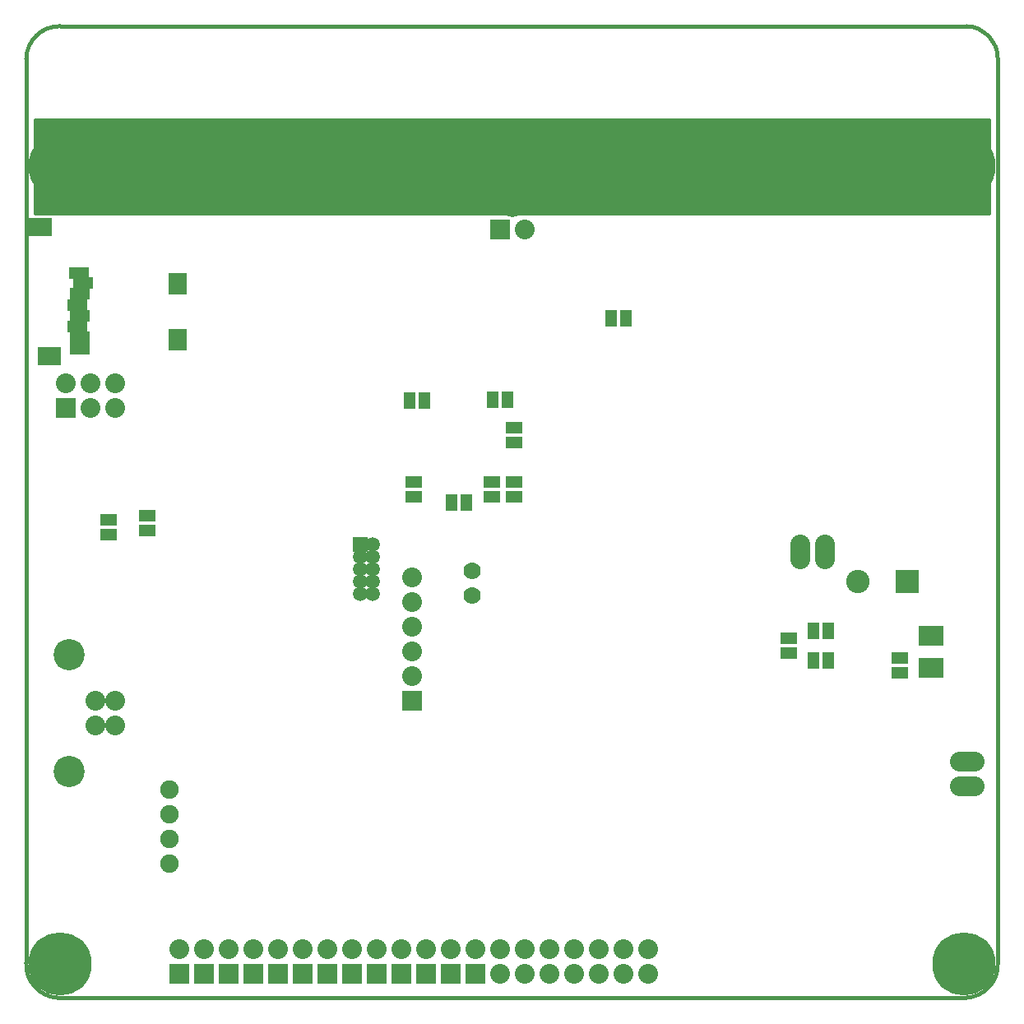
<source format=gbs>
G04 #@! TF.FileFunction,Soldermask,Bot*
%FSLAX46Y46*%
G04 Gerber Fmt 4.6, Leading zero omitted, Abs format (unit mm)*
G04 Created by KiCad (PCBNEW no-vcs-found-product) date Tue 29 Sep 2015 08:38:25 PM CEST*
%MOMM*%
G01*
G04 APERTURE LIST*
%ADD10C,0.150000*%
%ADD11C,0.381000*%
%ADD12R,2.032000X2.032000*%
%ADD13C,2.032000*%
%ADD14R,2.009140X1.308100*%
%ADD15R,1.907540X2.308860*%
%ADD16R,2.407920X1.907540*%
%ADD17R,1.508760X1.508760*%
%ADD18C,1.508760*%
%ADD19R,1.143000X1.651000*%
%ADD20R,1.651000X1.143000*%
%ADD21C,6.507480*%
%ADD22R,2.413000X2.413000*%
%ADD23C,2.413000*%
%ADD24C,1.778000*%
%ADD25C,1.905000*%
%ADD26R,2.540000X2.032000*%
%ADD27C,3.208020*%
%ADD28C,2.506980*%
%ADD29O,3.556000X2.032000*%
%ADD30O,2.032000X3.556000*%
%ADD31C,0.254000*%
G04 APERTURE END LIST*
D10*
D11*
X100012500Y-3365500D02*
X100012500Y-96456500D01*
X3556000Y0D02*
X96774000Y0D01*
X0Y-96329500D02*
X0Y-3365500D01*
X96710500Y-100012500D02*
X3238500Y-100012500D01*
X3492500Y0D02*
G75*
G03X0Y-3365500I-63500J-3429000D01*
G01*
X0Y-96393000D02*
G75*
G03X3238500Y-100012500I3429000J-190500D01*
G01*
X96710500Y-100012500D02*
G75*
G03X100012500Y-96456500I-127000J3429000D01*
G01*
X100012500Y-3365500D02*
G75*
G03X96774000Y0I-3302000J63500D01*
G01*
D12*
X46228000Y-97536000D03*
D13*
X46228000Y-94996000D03*
X48768000Y-97536000D03*
X48768000Y-94996000D03*
X51308000Y-97536000D03*
X51308000Y-94996000D03*
X53848000Y-97536000D03*
X53848000Y-94996000D03*
X56388000Y-97536000D03*
X56388000Y-94996000D03*
X58928000Y-97536000D03*
X58928000Y-94996000D03*
X61468000Y-97536000D03*
X61468000Y-94996000D03*
X64008000Y-97536000D03*
X64008000Y-94996000D03*
D14*
X5461000Y-25392380D03*
X5862320Y-26443940D03*
X5511800Y-27543760D03*
X5262880Y-28691840D03*
X5532120Y-29794200D03*
X5262880Y-30894020D03*
X5532120Y-31993840D03*
X5532120Y-33192720D03*
D15*
X15562580Y-26543000D03*
X15562580Y-32293560D03*
D16*
X1475740Y-20678140D03*
X2418080Y-33987740D03*
D17*
X34417000Y-53340000D03*
D18*
X35687000Y-53340000D03*
X34417000Y-54610000D03*
X35687000Y-54610000D03*
X34417000Y-55880000D03*
X35687000Y-55880000D03*
X34417000Y-57150000D03*
X35687000Y-57150000D03*
X34417000Y-58420000D03*
X35687000Y-58420000D03*
D19*
X43815000Y-49022000D03*
X45339000Y-49022000D03*
X49530000Y-38481000D03*
X48006000Y-38481000D03*
D20*
X39878000Y-46926500D03*
X39878000Y-48450500D03*
D19*
X82588100Y-65328800D03*
X81064100Y-65328800D03*
X81064100Y-62280800D03*
X82588100Y-62280800D03*
X61722000Y-30035500D03*
X60198000Y-30035500D03*
D20*
X89954100Y-65011300D03*
X89954100Y-66535300D03*
X78524100Y-63042800D03*
X78524100Y-64566800D03*
D21*
X49999900Y-14427200D03*
X96499680Y-14427200D03*
X3500120Y-96502220D03*
X96499680Y-96502220D03*
X3500120Y-14427200D03*
D22*
X90652600Y-57200800D03*
D23*
X85572600Y-57200800D03*
D12*
X39687500Y-69405500D03*
D13*
X39687500Y-66865500D03*
X39687500Y-64325500D03*
X39687500Y-61785500D03*
X39687500Y-59245500D03*
X39687500Y-56705500D03*
D12*
X38608000Y-97536000D03*
D13*
X38608000Y-94996000D03*
D12*
X25908000Y-97536000D03*
D13*
X25908000Y-94996000D03*
D12*
X28448000Y-97536000D03*
D13*
X28448000Y-94996000D03*
D12*
X23368000Y-97536000D03*
D13*
X23368000Y-94996000D03*
D12*
X33528000Y-97536000D03*
D13*
X33528000Y-94996000D03*
D12*
X30988000Y-97536000D03*
D13*
X30988000Y-94996000D03*
D12*
X43688000Y-97536000D03*
D13*
X43688000Y-94996000D03*
D12*
X15748000Y-97536000D03*
D13*
X15748000Y-94996000D03*
D12*
X18288000Y-97536000D03*
D13*
X18288000Y-94996000D03*
D12*
X20828000Y-97536000D03*
D13*
X20828000Y-94996000D03*
D12*
X48768000Y-20942300D03*
D13*
X51308000Y-20942300D03*
D12*
X41148000Y-97536000D03*
D13*
X41148000Y-94996000D03*
D12*
X36068000Y-97536000D03*
D13*
X36068000Y-94996000D03*
D12*
X4064000Y-39306500D03*
D13*
X4064000Y-36766500D03*
X6604000Y-39306500D03*
X6604000Y-36766500D03*
X9144000Y-39306500D03*
X9144000Y-36766500D03*
D24*
X45910500Y-58610500D03*
X45910500Y-56070500D03*
D25*
X14732000Y-86233000D03*
X14732000Y-83693000D03*
X14732000Y-81153000D03*
X14732000Y-78613000D03*
D20*
X47942500Y-48450500D03*
X47942500Y-46926500D03*
D19*
X40957500Y-38544500D03*
X39433500Y-38544500D03*
D20*
X50228500Y-48450500D03*
X50228500Y-46926500D03*
X50228500Y-41338500D03*
X50228500Y-42862500D03*
X12446000Y-50419000D03*
X12446000Y-51943000D03*
X8509000Y-50800000D03*
X8509000Y-52324000D03*
D26*
X93129100Y-62725300D03*
X93129100Y-66027300D03*
D13*
X9144000Y-72009000D03*
X9144000Y-69469000D03*
X7145020Y-69469000D03*
X7145020Y-72009000D03*
D27*
X4445000Y-76738480D03*
X4445000Y-64739520D03*
D28*
X50038000Y-18402300D03*
D29*
X96901000Y-75692000D03*
X96901000Y-78232000D03*
D30*
X79692500Y-54102000D03*
X82232500Y-54102000D03*
D31*
G36*
X99187000Y-19291381D02*
X825500Y-19354718D01*
X825500Y-9575800D01*
X99187000Y-9575800D01*
X99187000Y-19291381D01*
X99187000Y-19291381D01*
G37*
X99187000Y-19291381D02*
X825500Y-19354718D01*
X825500Y-9575800D01*
X99187000Y-9575800D01*
X99187000Y-19291381D01*
M02*

</source>
